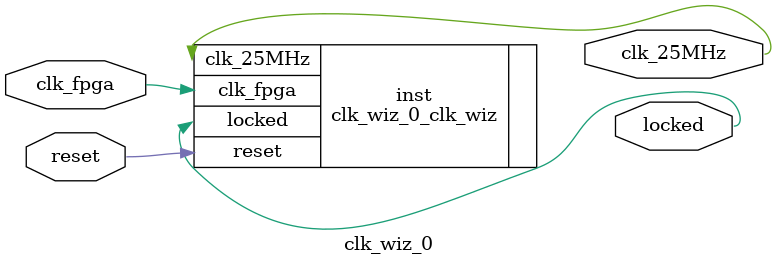
<source format=v>


`timescale 1ps/1ps

(* CORE_GENERATION_INFO = "clk_wiz_0,clk_wiz_v5_3_1,{component_name=clk_wiz_0,use_phase_alignment=true,use_min_o_jitter=false,use_max_i_jitter=false,use_dyn_phase_shift=false,use_inclk_switchover=false,use_dyn_reconfig=false,enable_axi=0,feedback_source=FDBK_AUTO,PRIMITIVE=MMCM,num_out_clk=1,clkin1_period=10.0,clkin2_period=10.0,use_power_down=false,use_reset=true,use_locked=true,use_inclk_stopped=false,feedback_type=SINGLE,CLOCK_MGR_TYPE=NA,manual_override=false}" *)

module clk_wiz_0 
 (
 // Clock in ports
  input         clk_fpga,
  // Clock out ports
  output        clk_25MHz,
  // Status and control signals
  input         reset,
  output        locked
 );

  clk_wiz_0_clk_wiz inst
  (
 // Clock in ports
  .clk_fpga(clk_fpga),
  // Clock out ports  
  .clk_25MHz(clk_25MHz),
  // Status and control signals               
  .reset(reset), 
  .locked(locked)            
  );

endmodule

</source>
